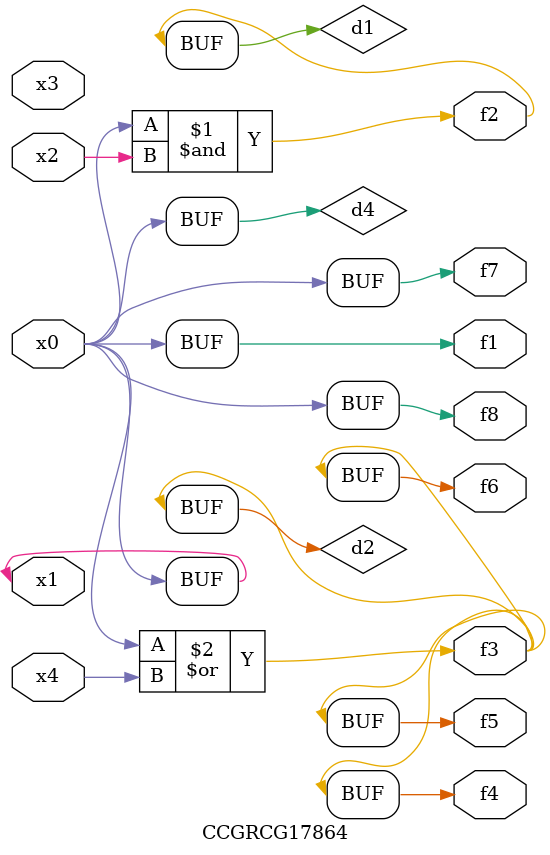
<source format=v>
module CCGRCG17864(
	input x0, x1, x2, x3, x4,
	output f1, f2, f3, f4, f5, f6, f7, f8
);

	wire d1, d2, d3, d4;

	and (d1, x0, x2);
	or (d2, x0, x4);
	nand (d3, x0, x2);
	buf (d4, x0, x1);
	assign f1 = d4;
	assign f2 = d1;
	assign f3 = d2;
	assign f4 = d2;
	assign f5 = d2;
	assign f6 = d2;
	assign f7 = d4;
	assign f8 = d4;
endmodule

</source>
